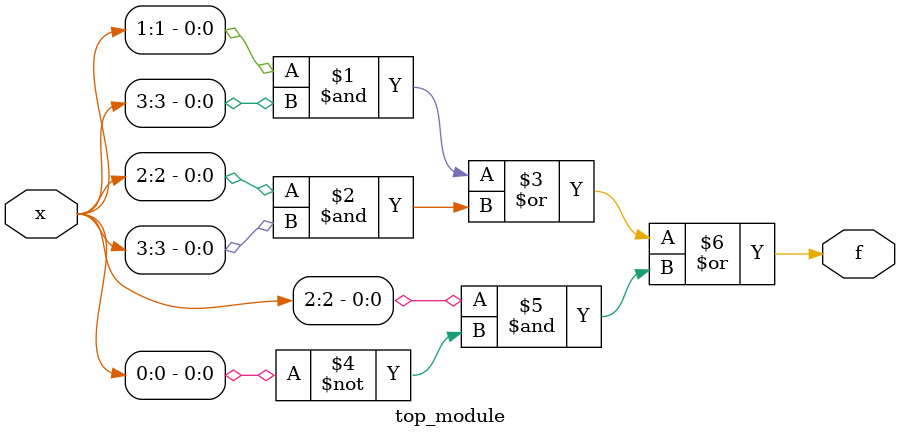
<source format=v>
module top_module(	// file.cleaned.mlir:2:3
  input  [3:0] x,	// file.cleaned.mlir:2:28
  output       f	// file.cleaned.mlir:2:41
);

  assign f = x[1] & x[3] | x[2] & x[3] | x[2] & ~(x[0]);	// file.cleaned.mlir:4:10, :5:10, :6:10, :7:10, :8:10, :9:10, :10:10, :11:10, :12:10, :13:5
endmodule


</source>
